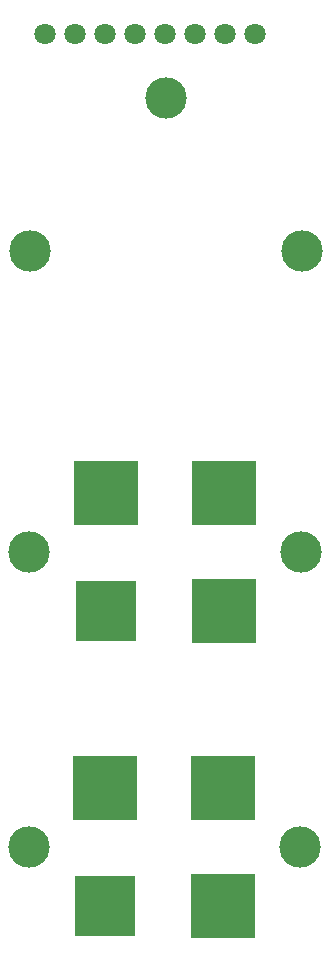
<source format=gbr>
G04 (created by PCBNEW (2013-may-18)-stable) date Пт 28 авг 2015 20:05:46*
%MOIN*%
G04 Gerber Fmt 3.4, Leading zero omitted, Abs format*
%FSLAX34Y34*%
G01*
G70*
G90*
G04 APERTURE LIST*
%ADD10C,0.00393701*%
%ADD11R,0.204724X0.204724*%
%ADD12R,0.212598X0.212598*%
%ADD13C,0.137795*%
%ADD14C,0.0708661*%
G04 APERTURE END LIST*
G54D10*
G54D11*
X9536Y-28790D03*
G54D12*
X13473Y-28790D03*
X9536Y-24853D03*
X13473Y-24853D03*
G54D13*
X6977Y-26821D03*
X16032Y-26821D03*
G54D11*
X9506Y-38616D03*
G54D12*
X13443Y-38616D03*
X9506Y-34679D03*
X13443Y-34679D03*
G54D13*
X6947Y-36648D03*
X16002Y-36648D03*
G54D14*
X14482Y-9535D03*
X13482Y-9535D03*
X12482Y-9535D03*
X11482Y-9535D03*
X10482Y-9535D03*
X9482Y-9535D03*
X8482Y-9535D03*
X7482Y-9535D03*
X7482Y-9535D03*
X8482Y-9535D03*
X9482Y-9535D03*
X10482Y-9535D03*
X11482Y-9535D03*
X12482Y-9535D03*
X13482Y-9535D03*
X14482Y-9535D03*
G54D13*
X16055Y-16790D03*
X7000Y-16790D03*
X11527Y-11672D03*
M02*

</source>
